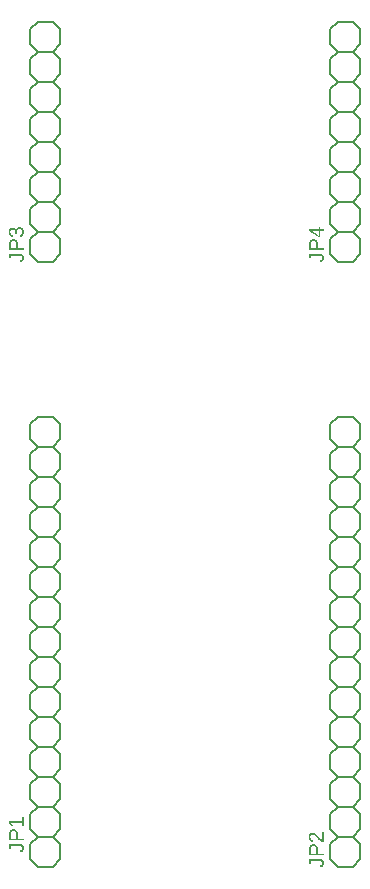
<source format=gbr>
G04 EAGLE Gerber RS-274X export*
G75*
%MOMM*%
%FSLAX34Y34*%
%LPD*%
%INSilkscreen Top*%
%IPPOS*%
%AMOC8*
5,1,8,0,0,1.08239X$1,22.5*%
G01*
G04 Define Apertures*
%ADD10C,0.152400*%
G36*
X108712Y-716899D02*
X103904Y-716899D01*
X103904Y-713273D01*
X103887Y-712795D01*
X103839Y-712343D01*
X103758Y-711917D01*
X103645Y-711516D01*
X103500Y-711140D01*
X103322Y-710791D01*
X103112Y-710467D01*
X102870Y-710168D01*
X102600Y-709900D01*
X102308Y-709668D01*
X101994Y-709472D01*
X101657Y-709311D01*
X101298Y-709186D01*
X100916Y-709096D01*
X100512Y-709043D01*
X100085Y-709025D01*
X99655Y-709043D01*
X99250Y-709096D01*
X98870Y-709185D01*
X98515Y-709310D01*
X98185Y-709470D01*
X97879Y-709666D01*
X97599Y-709897D01*
X97343Y-710164D01*
X97116Y-710463D01*
X96918Y-710792D01*
X96751Y-711149D01*
X96614Y-711537D01*
X96508Y-711953D01*
X96432Y-712399D01*
X96386Y-712874D01*
X96371Y-713378D01*
X96371Y-718572D01*
X108712Y-718572D01*
X108712Y-716899D01*
G37*
%LPC*%
G36*
X97711Y-716899D02*
X97711Y-713579D01*
X97721Y-713232D01*
X97749Y-712906D01*
X97795Y-712603D01*
X97861Y-712323D01*
X97945Y-712065D01*
X98048Y-711829D01*
X98169Y-711616D01*
X98309Y-711425D01*
X98468Y-711257D01*
X98645Y-711111D01*
X98841Y-710987D01*
X99056Y-710886D01*
X99290Y-710808D01*
X99542Y-710752D01*
X99813Y-710718D01*
X100102Y-710707D01*
X100403Y-710718D01*
X100683Y-710750D01*
X100945Y-710805D01*
X101187Y-710882D01*
X101409Y-710980D01*
X101613Y-711101D01*
X101797Y-711243D01*
X101961Y-711407D01*
X102107Y-711593D01*
X102232Y-711801D01*
X102339Y-712031D01*
X102426Y-712283D01*
X102494Y-712557D01*
X102542Y-712853D01*
X102571Y-713170D01*
X102581Y-713509D01*
X102581Y-716899D01*
X97711Y-716899D01*
G37*
%LPD*%
G36*
X108712Y-698974D02*
X107372Y-698974D01*
X107372Y-701979D01*
X96371Y-701979D01*
X96371Y-703433D01*
X98377Y-706349D01*
X99866Y-706349D01*
X97878Y-703564D01*
X107372Y-703564D01*
X107372Y-706708D01*
X108712Y-706708D01*
X108712Y-698974D01*
G37*
G36*
X106039Y-728648D02*
X106406Y-728545D01*
X106748Y-728422D01*
X107064Y-728279D01*
X107355Y-728116D01*
X107621Y-727933D01*
X107862Y-727730D01*
X108077Y-727508D01*
X108267Y-727265D01*
X108431Y-727003D01*
X108571Y-726720D01*
X108685Y-726418D01*
X108773Y-726096D01*
X108837Y-725753D01*
X108875Y-725391D01*
X108887Y-725009D01*
X108871Y-724598D01*
X108823Y-724209D01*
X108742Y-723843D01*
X108630Y-723499D01*
X108485Y-723177D01*
X108308Y-722878D01*
X108099Y-722601D01*
X107858Y-722347D01*
X107589Y-722119D01*
X107296Y-721921D01*
X106978Y-721754D01*
X106637Y-721618D01*
X106272Y-721511D01*
X105883Y-721435D01*
X105470Y-721390D01*
X105033Y-721375D01*
X96371Y-721375D01*
X96371Y-725412D01*
X97738Y-725412D01*
X97738Y-723039D01*
X105068Y-723039D01*
X105362Y-723047D01*
X105636Y-723072D01*
X105893Y-723113D01*
X106132Y-723170D01*
X106352Y-723244D01*
X106554Y-723334D01*
X106738Y-723441D01*
X106903Y-723564D01*
X107050Y-723702D01*
X107177Y-723851D01*
X107285Y-724013D01*
X107373Y-724186D01*
X107442Y-724372D01*
X107490Y-724569D01*
X107520Y-724779D01*
X107530Y-725001D01*
X107521Y-725204D01*
X107494Y-725399D01*
X107450Y-725585D01*
X107387Y-725763D01*
X107307Y-725931D01*
X107209Y-726091D01*
X107094Y-726242D01*
X106960Y-726384D01*
X106811Y-726516D01*
X106648Y-726636D01*
X106471Y-726743D01*
X106279Y-726838D01*
X106074Y-726920D01*
X105855Y-726990D01*
X105622Y-727048D01*
X105375Y-727094D01*
X105647Y-728732D01*
X106039Y-728648D01*
G37*
G36*
X362712Y-729599D02*
X357904Y-729599D01*
X357904Y-725973D01*
X357887Y-725495D01*
X357839Y-725043D01*
X357758Y-724617D01*
X357645Y-724216D01*
X357500Y-723840D01*
X357322Y-723491D01*
X357112Y-723167D01*
X356870Y-722868D01*
X356600Y-722600D01*
X356308Y-722368D01*
X355994Y-722172D01*
X355657Y-722011D01*
X355298Y-721886D01*
X354916Y-721796D01*
X354512Y-721743D01*
X354085Y-721725D01*
X353655Y-721743D01*
X353250Y-721796D01*
X352870Y-721885D01*
X352515Y-722010D01*
X352185Y-722170D01*
X351879Y-722366D01*
X351599Y-722597D01*
X351343Y-722864D01*
X351116Y-723163D01*
X350918Y-723492D01*
X350751Y-723849D01*
X350614Y-724237D01*
X350508Y-724653D01*
X350432Y-725099D01*
X350386Y-725574D01*
X350371Y-726078D01*
X350371Y-731272D01*
X362712Y-731272D01*
X362712Y-729599D01*
G37*
%LPC*%
G36*
X351711Y-729599D02*
X351711Y-726279D01*
X351721Y-725932D01*
X351749Y-725606D01*
X351795Y-725303D01*
X351861Y-725023D01*
X351945Y-724765D01*
X352048Y-724529D01*
X352169Y-724316D01*
X352309Y-724125D01*
X352468Y-723957D01*
X352645Y-723811D01*
X352841Y-723687D01*
X353056Y-723586D01*
X353290Y-723508D01*
X353542Y-723452D01*
X353813Y-723418D01*
X354102Y-723407D01*
X354403Y-723418D01*
X354683Y-723450D01*
X354945Y-723505D01*
X355187Y-723582D01*
X355409Y-723680D01*
X355613Y-723801D01*
X355797Y-723943D01*
X355961Y-724107D01*
X356107Y-724293D01*
X356232Y-724501D01*
X356339Y-724731D01*
X356426Y-724983D01*
X356494Y-725257D01*
X356542Y-725553D01*
X356571Y-725870D01*
X356581Y-726209D01*
X356581Y-729599D01*
X351711Y-729599D01*
G37*
%LPD*%
G36*
X362712Y-711701D02*
X361372Y-711701D01*
X361372Y-718138D01*
X361062Y-717986D01*
X360747Y-717792D01*
X360425Y-717557D01*
X360098Y-717280D01*
X359757Y-716956D01*
X359396Y-716581D01*
X359015Y-716155D01*
X358613Y-715677D01*
X357917Y-714836D01*
X357319Y-714142D01*
X356818Y-713596D01*
X356415Y-713198D01*
X356060Y-712894D01*
X355705Y-712630D01*
X355350Y-712406D01*
X354996Y-712222D01*
X354640Y-712078D01*
X354284Y-711975D01*
X353927Y-711914D01*
X353568Y-711893D01*
X353175Y-711909D01*
X352804Y-711956D01*
X352457Y-712034D01*
X352133Y-712144D01*
X351832Y-712285D01*
X351554Y-712457D01*
X351299Y-712661D01*
X351068Y-712896D01*
X350861Y-713160D01*
X350682Y-713452D01*
X350531Y-713770D01*
X350407Y-714115D01*
X350311Y-714487D01*
X350242Y-714886D01*
X350201Y-715312D01*
X350187Y-715765D01*
X350201Y-716180D01*
X350242Y-716576D01*
X350310Y-716952D01*
X350406Y-717309D01*
X350529Y-717647D01*
X350680Y-717966D01*
X350858Y-718265D01*
X351063Y-718545D01*
X351292Y-718802D01*
X351539Y-719030D01*
X351805Y-719229D01*
X352090Y-719401D01*
X352394Y-719543D01*
X352717Y-719658D01*
X353059Y-719744D01*
X353419Y-719802D01*
X353568Y-718191D01*
X353328Y-718154D01*
X353101Y-718100D01*
X352888Y-718030D01*
X352689Y-717942D01*
X352504Y-717838D01*
X352332Y-717717D01*
X352175Y-717579D01*
X352031Y-717424D01*
X351903Y-717256D01*
X351791Y-717076D01*
X351697Y-716885D01*
X351620Y-716683D01*
X351561Y-716470D01*
X351518Y-716246D01*
X351492Y-716011D01*
X351484Y-715765D01*
X351492Y-715507D01*
X351519Y-715264D01*
X351562Y-715035D01*
X351624Y-714821D01*
X351703Y-714621D01*
X351799Y-714436D01*
X351913Y-714265D01*
X352044Y-714109D01*
X352191Y-713970D01*
X352353Y-713849D01*
X352529Y-713746D01*
X352719Y-713663D01*
X352923Y-713597D01*
X353141Y-713551D01*
X353374Y-713523D01*
X353621Y-713514D01*
X353987Y-713535D01*
X354334Y-713600D01*
X354662Y-713708D01*
X354969Y-713860D01*
X355264Y-714046D01*
X355552Y-714259D01*
X355833Y-714499D01*
X356108Y-714766D01*
X356651Y-715361D01*
X357194Y-716023D01*
X357760Y-716723D01*
X358372Y-717429D01*
X358699Y-717779D01*
X359044Y-718122D01*
X359408Y-718456D01*
X359791Y-718782D01*
X360198Y-719092D01*
X360635Y-719376D01*
X361102Y-719637D01*
X361600Y-719872D01*
X362712Y-719872D01*
X362712Y-711701D01*
G37*
G36*
X360039Y-741348D02*
X360406Y-741245D01*
X360748Y-741122D01*
X361064Y-740979D01*
X361355Y-740816D01*
X361621Y-740633D01*
X361862Y-740430D01*
X362077Y-740208D01*
X362267Y-739965D01*
X362431Y-739703D01*
X362571Y-739420D01*
X362685Y-739118D01*
X362773Y-738796D01*
X362837Y-738453D01*
X362875Y-738091D01*
X362887Y-737709D01*
X362871Y-737298D01*
X362823Y-736909D01*
X362742Y-736543D01*
X362630Y-736199D01*
X362485Y-735877D01*
X362308Y-735578D01*
X362099Y-735301D01*
X361858Y-735047D01*
X361589Y-734819D01*
X361296Y-734621D01*
X360978Y-734454D01*
X360637Y-734318D01*
X360272Y-734211D01*
X359883Y-734135D01*
X359470Y-734090D01*
X359033Y-734075D01*
X350371Y-734075D01*
X350371Y-738112D01*
X351738Y-738112D01*
X351738Y-735739D01*
X359068Y-735739D01*
X359362Y-735747D01*
X359636Y-735772D01*
X359893Y-735813D01*
X360132Y-735870D01*
X360352Y-735944D01*
X360554Y-736034D01*
X360738Y-736141D01*
X360903Y-736264D01*
X361050Y-736402D01*
X361177Y-736551D01*
X361285Y-736713D01*
X361373Y-736886D01*
X361442Y-737072D01*
X361490Y-737269D01*
X361520Y-737479D01*
X361530Y-737701D01*
X361521Y-737904D01*
X361494Y-738099D01*
X361450Y-738285D01*
X361387Y-738463D01*
X361307Y-738631D01*
X361209Y-738791D01*
X361094Y-738942D01*
X360960Y-739084D01*
X360811Y-739216D01*
X360648Y-739336D01*
X360471Y-739443D01*
X360279Y-739538D01*
X360074Y-739620D01*
X359855Y-739690D01*
X359622Y-739748D01*
X359375Y-739794D01*
X359647Y-741432D01*
X360039Y-741348D01*
G37*
G36*
X108712Y-217249D02*
X103904Y-217249D01*
X103904Y-213623D01*
X103887Y-213145D01*
X103839Y-212693D01*
X103758Y-212267D01*
X103645Y-211866D01*
X103500Y-211490D01*
X103322Y-211141D01*
X103112Y-210817D01*
X102870Y-210518D01*
X102600Y-210250D01*
X102308Y-210018D01*
X101994Y-209822D01*
X101657Y-209661D01*
X101298Y-209536D01*
X100916Y-209446D01*
X100512Y-209393D01*
X100085Y-209375D01*
X99655Y-209393D01*
X99250Y-209446D01*
X98870Y-209535D01*
X98515Y-209660D01*
X98185Y-209820D01*
X97879Y-210016D01*
X97599Y-210247D01*
X97343Y-210514D01*
X97116Y-210813D01*
X96918Y-211142D01*
X96751Y-211499D01*
X96614Y-211887D01*
X96508Y-212303D01*
X96432Y-212749D01*
X96386Y-213224D01*
X96371Y-213728D01*
X96371Y-218922D01*
X108712Y-218922D01*
X108712Y-217249D01*
G37*
%LPC*%
G36*
X97711Y-217249D02*
X97711Y-213929D01*
X97721Y-213582D01*
X97749Y-213256D01*
X97795Y-212953D01*
X97861Y-212673D01*
X97945Y-212415D01*
X98048Y-212179D01*
X98169Y-211966D01*
X98309Y-211775D01*
X98468Y-211607D01*
X98645Y-211461D01*
X98841Y-211337D01*
X99056Y-211236D01*
X99290Y-211158D01*
X99542Y-211102D01*
X99813Y-211068D01*
X100102Y-211057D01*
X100403Y-211068D01*
X100683Y-211100D01*
X100945Y-211155D01*
X101187Y-211232D01*
X101409Y-211330D01*
X101613Y-211451D01*
X101797Y-211593D01*
X101961Y-211757D01*
X102107Y-211943D01*
X102232Y-212151D01*
X102339Y-212381D01*
X102426Y-212633D01*
X102494Y-212907D01*
X102542Y-213203D01*
X102571Y-213520D01*
X102581Y-213859D01*
X102581Y-217249D01*
X97711Y-217249D01*
G37*
%LPD*%
G36*
X105943Y-207675D02*
X106318Y-207580D01*
X106669Y-207456D01*
X106994Y-207305D01*
X107294Y-207125D01*
X107569Y-206916D01*
X107818Y-206679D01*
X108042Y-206414D01*
X108240Y-206123D01*
X108412Y-205809D01*
X108557Y-205470D01*
X108676Y-205108D01*
X108768Y-204723D01*
X108834Y-204313D01*
X108874Y-203880D01*
X108887Y-203423D01*
X108873Y-202934D01*
X108829Y-202474D01*
X108755Y-202043D01*
X108653Y-201641D01*
X108521Y-201268D01*
X108360Y-200924D01*
X108170Y-200609D01*
X107950Y-200323D01*
X107704Y-200068D01*
X107433Y-199848D01*
X107139Y-199661D01*
X106820Y-199508D01*
X106478Y-199390D01*
X106111Y-199305D01*
X105720Y-199254D01*
X105305Y-199237D01*
X105016Y-199249D01*
X104739Y-199285D01*
X104475Y-199345D01*
X104223Y-199430D01*
X103984Y-199538D01*
X103758Y-199670D01*
X103544Y-199827D01*
X103343Y-200008D01*
X103158Y-200210D01*
X102993Y-200431D01*
X102847Y-200672D01*
X102721Y-200932D01*
X102615Y-201211D01*
X102528Y-201509D01*
X102462Y-201826D01*
X102415Y-202162D01*
X102380Y-202162D01*
X102306Y-201856D01*
X102218Y-201569D01*
X102115Y-201301D01*
X101998Y-201051D01*
X101865Y-200820D01*
X101717Y-200608D01*
X101554Y-200414D01*
X101377Y-200240D01*
X101185Y-200085D01*
X100979Y-199950D01*
X100759Y-199837D01*
X100526Y-199744D01*
X100279Y-199671D01*
X100018Y-199620D01*
X99743Y-199589D01*
X99454Y-199578D01*
X99079Y-199594D01*
X98726Y-199643D01*
X98394Y-199723D01*
X98082Y-199836D01*
X97793Y-199980D01*
X97524Y-200157D01*
X97276Y-200366D01*
X97050Y-200608D01*
X96848Y-200878D01*
X96673Y-201174D01*
X96524Y-201496D01*
X96403Y-201844D01*
X96309Y-202217D01*
X96241Y-202617D01*
X96201Y-203042D01*
X96187Y-203493D01*
X96201Y-203909D01*
X96240Y-204304D01*
X96307Y-204681D01*
X96400Y-205038D01*
X96519Y-205376D01*
X96665Y-205695D01*
X96838Y-205994D01*
X97037Y-206274D01*
X97260Y-206531D01*
X97503Y-206758D01*
X97768Y-206958D01*
X98053Y-207129D01*
X98359Y-207272D01*
X98686Y-207387D01*
X99033Y-207473D01*
X99402Y-207531D01*
X99524Y-205946D01*
X99288Y-205911D01*
X99066Y-205860D01*
X98857Y-205791D01*
X98662Y-205706D01*
X98480Y-205604D01*
X98312Y-205485D01*
X98158Y-205350D01*
X98018Y-205197D01*
X97893Y-205030D01*
X97784Y-204850D01*
X97692Y-204658D01*
X97617Y-204454D01*
X97559Y-204237D01*
X97517Y-204007D01*
X97492Y-203765D01*
X97484Y-203511D01*
X97493Y-203233D01*
X97519Y-202973D01*
X97564Y-202730D01*
X97627Y-202505D01*
X97708Y-202297D01*
X97806Y-202108D01*
X97923Y-201936D01*
X98057Y-201781D01*
X98207Y-201645D01*
X98370Y-201526D01*
X98546Y-201426D01*
X98735Y-201344D01*
X98937Y-201281D01*
X99152Y-201235D01*
X99380Y-201208D01*
X99621Y-201199D01*
X99864Y-201210D01*
X100093Y-201243D01*
X100309Y-201299D01*
X100511Y-201377D01*
X100699Y-201478D01*
X100875Y-201600D01*
X101036Y-201745D01*
X101184Y-201913D01*
X101316Y-202100D01*
X101431Y-202306D01*
X101528Y-202530D01*
X101608Y-202772D01*
X101670Y-203032D01*
X101714Y-203311D01*
X101740Y-203608D01*
X101749Y-203923D01*
X101749Y-204781D01*
X103115Y-204781D01*
X103115Y-203888D01*
X103124Y-203533D01*
X103151Y-203199D01*
X103195Y-202887D01*
X103257Y-202597D01*
X103336Y-202328D01*
X103433Y-202080D01*
X103548Y-201854D01*
X103680Y-201650D01*
X103828Y-201468D01*
X103990Y-201311D01*
X104166Y-201177D01*
X104356Y-201068D01*
X104559Y-200984D01*
X104776Y-200923D01*
X105008Y-200887D01*
X105252Y-200875D01*
X105533Y-200885D01*
X105795Y-200917D01*
X106039Y-200970D01*
X106266Y-201044D01*
X106475Y-201140D01*
X106666Y-201256D01*
X106840Y-201394D01*
X106995Y-201553D01*
X107133Y-201731D01*
X107252Y-201925D01*
X107353Y-202135D01*
X107435Y-202360D01*
X107500Y-202602D01*
X107546Y-202860D01*
X107573Y-203134D01*
X107582Y-203423D01*
X107574Y-203712D01*
X107548Y-203985D01*
X107505Y-204241D01*
X107445Y-204482D01*
X107368Y-204706D01*
X107274Y-204914D01*
X107163Y-205106D01*
X107035Y-205282D01*
X106889Y-205442D01*
X106727Y-205586D01*
X106547Y-205714D01*
X106351Y-205826D01*
X106137Y-205922D01*
X105906Y-206001D01*
X105658Y-206065D01*
X105393Y-206112D01*
X105541Y-207741D01*
X105943Y-207675D01*
G37*
G36*
X106039Y-228998D02*
X106406Y-228895D01*
X106748Y-228772D01*
X107064Y-228629D01*
X107355Y-228466D01*
X107621Y-228283D01*
X107862Y-228080D01*
X108077Y-227858D01*
X108267Y-227615D01*
X108431Y-227353D01*
X108571Y-227070D01*
X108685Y-226768D01*
X108773Y-226446D01*
X108837Y-226103D01*
X108875Y-225741D01*
X108887Y-225359D01*
X108871Y-224948D01*
X108823Y-224559D01*
X108742Y-224193D01*
X108630Y-223849D01*
X108485Y-223527D01*
X108308Y-223228D01*
X108099Y-222951D01*
X107858Y-222697D01*
X107589Y-222469D01*
X107296Y-222271D01*
X106978Y-222104D01*
X106637Y-221968D01*
X106272Y-221861D01*
X105883Y-221785D01*
X105470Y-221740D01*
X105033Y-221725D01*
X96371Y-221725D01*
X96371Y-225762D01*
X97738Y-225762D01*
X97738Y-223389D01*
X105068Y-223389D01*
X105362Y-223397D01*
X105636Y-223422D01*
X105893Y-223463D01*
X106132Y-223520D01*
X106352Y-223594D01*
X106554Y-223684D01*
X106738Y-223791D01*
X106903Y-223914D01*
X107050Y-224052D01*
X107177Y-224201D01*
X107285Y-224363D01*
X107373Y-224536D01*
X107442Y-224722D01*
X107490Y-224919D01*
X107520Y-225129D01*
X107530Y-225351D01*
X107521Y-225554D01*
X107494Y-225749D01*
X107450Y-225935D01*
X107387Y-226113D01*
X107307Y-226281D01*
X107209Y-226441D01*
X107094Y-226592D01*
X106960Y-226734D01*
X106811Y-226866D01*
X106648Y-226986D01*
X106471Y-227093D01*
X106279Y-227188D01*
X106074Y-227270D01*
X105855Y-227340D01*
X105622Y-227398D01*
X105375Y-227444D01*
X105647Y-229082D01*
X106039Y-228998D01*
G37*
G36*
X362712Y-217249D02*
X357904Y-217249D01*
X357904Y-213623D01*
X357887Y-213145D01*
X357839Y-212693D01*
X357758Y-212267D01*
X357645Y-211866D01*
X357500Y-211490D01*
X357322Y-211141D01*
X357112Y-210817D01*
X356870Y-210518D01*
X356600Y-210250D01*
X356308Y-210018D01*
X355994Y-209822D01*
X355657Y-209661D01*
X355298Y-209536D01*
X354916Y-209446D01*
X354512Y-209393D01*
X354085Y-209375D01*
X353655Y-209393D01*
X353250Y-209446D01*
X352870Y-209535D01*
X352515Y-209660D01*
X352185Y-209820D01*
X351879Y-210016D01*
X351599Y-210247D01*
X351343Y-210514D01*
X351116Y-210813D01*
X350918Y-211142D01*
X350751Y-211499D01*
X350614Y-211887D01*
X350508Y-212303D01*
X350432Y-212749D01*
X350386Y-213224D01*
X350371Y-213728D01*
X350371Y-218922D01*
X362712Y-218922D01*
X362712Y-217249D01*
G37*
%LPC*%
G36*
X351711Y-217249D02*
X351711Y-213929D01*
X351721Y-213582D01*
X351749Y-213256D01*
X351795Y-212953D01*
X351861Y-212673D01*
X351945Y-212415D01*
X352048Y-212179D01*
X352169Y-211966D01*
X352309Y-211775D01*
X352468Y-211607D01*
X352645Y-211461D01*
X352841Y-211337D01*
X353056Y-211236D01*
X353290Y-211158D01*
X353542Y-211102D01*
X353813Y-211068D01*
X354102Y-211057D01*
X354403Y-211068D01*
X354683Y-211100D01*
X354945Y-211155D01*
X355187Y-211232D01*
X355409Y-211330D01*
X355613Y-211451D01*
X355797Y-211593D01*
X355961Y-211757D01*
X356107Y-211943D01*
X356232Y-212151D01*
X356339Y-212381D01*
X356426Y-212633D01*
X356494Y-212907D01*
X356542Y-213203D01*
X356571Y-213520D01*
X356581Y-213859D01*
X356581Y-217249D01*
X351711Y-217249D01*
G37*
%LPD*%
G36*
X359918Y-202197D02*
X362712Y-202197D01*
X362712Y-200708D01*
X359918Y-200708D01*
X359918Y-198974D01*
X358674Y-198974D01*
X358674Y-200708D01*
X350371Y-200708D01*
X350371Y-202364D01*
X358692Y-208013D01*
X359918Y-208013D01*
X359918Y-202197D01*
G37*
%LPC*%
G36*
X358499Y-206419D02*
X357851Y-205946D01*
X353191Y-202784D01*
X352613Y-202442D01*
X352149Y-202197D01*
X358674Y-202197D01*
X358674Y-206559D01*
X358499Y-206419D01*
G37*
%LPD*%
G36*
X360039Y-228998D02*
X360406Y-228895D01*
X360748Y-228772D01*
X361064Y-228629D01*
X361355Y-228466D01*
X361621Y-228283D01*
X361862Y-228080D01*
X362077Y-227858D01*
X362267Y-227615D01*
X362431Y-227353D01*
X362571Y-227070D01*
X362685Y-226768D01*
X362773Y-226446D01*
X362837Y-226103D01*
X362875Y-225741D01*
X362887Y-225359D01*
X362871Y-224948D01*
X362823Y-224559D01*
X362742Y-224193D01*
X362630Y-223849D01*
X362485Y-223527D01*
X362308Y-223228D01*
X362099Y-222951D01*
X361858Y-222697D01*
X361589Y-222469D01*
X361296Y-222271D01*
X360978Y-222104D01*
X360637Y-221968D01*
X360272Y-221861D01*
X359883Y-221785D01*
X359470Y-221740D01*
X359033Y-221725D01*
X350371Y-221725D01*
X350371Y-225762D01*
X351738Y-225762D01*
X351738Y-223389D01*
X359068Y-223389D01*
X359362Y-223397D01*
X359636Y-223422D01*
X359893Y-223463D01*
X360132Y-223520D01*
X360352Y-223594D01*
X360554Y-223684D01*
X360738Y-223791D01*
X360903Y-223914D01*
X361050Y-224052D01*
X361177Y-224201D01*
X361285Y-224363D01*
X361373Y-224536D01*
X361442Y-224722D01*
X361490Y-224919D01*
X361520Y-225129D01*
X361530Y-225351D01*
X361521Y-225554D01*
X361494Y-225749D01*
X361450Y-225935D01*
X361387Y-226113D01*
X361307Y-226281D01*
X361209Y-226441D01*
X361094Y-226592D01*
X360960Y-226734D01*
X360811Y-226866D01*
X360648Y-226986D01*
X360471Y-227093D01*
X360279Y-227188D01*
X360074Y-227270D01*
X359855Y-227340D01*
X359622Y-227398D01*
X359375Y-227444D01*
X359647Y-229082D01*
X360039Y-228998D01*
G37*
D10*
X114300Y-429800D02*
X114300Y-417100D01*
X120650Y-410750D01*
X133350Y-410750D01*
X139700Y-417100D01*
X120650Y-410750D02*
X114300Y-404400D01*
X114300Y-391700D01*
X120650Y-385350D01*
X133350Y-385350D01*
X139700Y-391700D01*
X139700Y-404400D01*
X133350Y-410750D01*
X114300Y-455200D02*
X120650Y-461550D01*
X114300Y-455200D02*
X114300Y-442500D01*
X120650Y-436150D01*
X133350Y-436150D01*
X139700Y-442500D01*
X139700Y-455200D01*
X133350Y-461550D01*
X120650Y-436150D02*
X114300Y-429800D01*
X133350Y-436150D02*
X139700Y-429800D01*
X139700Y-417100D01*
X114300Y-493300D02*
X114300Y-506000D01*
X114300Y-493300D02*
X120650Y-486950D01*
X133350Y-486950D01*
X139700Y-493300D01*
X120650Y-486950D02*
X114300Y-480600D01*
X114300Y-467900D01*
X120650Y-461550D01*
X133350Y-461550D01*
X139700Y-467900D01*
X139700Y-480600D01*
X133350Y-486950D01*
X114300Y-531400D02*
X120650Y-537750D01*
X114300Y-531400D02*
X114300Y-518700D01*
X120650Y-512350D01*
X133350Y-512350D01*
X139700Y-518700D01*
X139700Y-531400D01*
X133350Y-537750D01*
X120650Y-512350D02*
X114300Y-506000D01*
X133350Y-512350D02*
X139700Y-506000D01*
X139700Y-493300D01*
X114300Y-569500D02*
X114300Y-582200D01*
X114300Y-569500D02*
X120650Y-563150D01*
X133350Y-563150D01*
X139700Y-569500D01*
X120650Y-563150D02*
X114300Y-556800D01*
X114300Y-544100D01*
X120650Y-537750D01*
X133350Y-537750D01*
X139700Y-544100D01*
X139700Y-556800D01*
X133350Y-563150D01*
X114300Y-607600D02*
X120650Y-613950D01*
X114300Y-607600D02*
X114300Y-594900D01*
X120650Y-588550D01*
X133350Y-588550D01*
X139700Y-594900D01*
X139700Y-607600D01*
X133350Y-613950D01*
X120650Y-588550D02*
X114300Y-582200D01*
X133350Y-588550D02*
X139700Y-582200D01*
X139700Y-569500D01*
X114300Y-645700D02*
X114300Y-658400D01*
X114300Y-645700D02*
X120650Y-639350D01*
X133350Y-639350D01*
X139700Y-645700D01*
X120650Y-639350D02*
X114300Y-633000D01*
X114300Y-620300D01*
X120650Y-613950D01*
X133350Y-613950D01*
X139700Y-620300D01*
X139700Y-633000D01*
X133350Y-639350D01*
X114300Y-683800D02*
X120650Y-690150D01*
X114300Y-683800D02*
X114300Y-671100D01*
X120650Y-664750D01*
X133350Y-664750D01*
X139700Y-671100D01*
X139700Y-683800D01*
X133350Y-690150D01*
X120650Y-664750D02*
X114300Y-658400D01*
X133350Y-664750D02*
X139700Y-658400D01*
X139700Y-645700D01*
X114300Y-721900D02*
X114300Y-734600D01*
X114300Y-721900D02*
X120650Y-715550D01*
X133350Y-715550D01*
X139700Y-721900D01*
X120650Y-715550D02*
X114300Y-709200D01*
X114300Y-696500D01*
X120650Y-690150D01*
X133350Y-690150D01*
X139700Y-696500D01*
X139700Y-709200D01*
X133350Y-715550D01*
X133350Y-740950D02*
X120650Y-740950D01*
X114300Y-734600D01*
X133350Y-740950D02*
X139700Y-734600D01*
X139700Y-721900D01*
X120650Y-385350D02*
X114300Y-379000D01*
X114300Y-366300D01*
X120650Y-359950D01*
X133350Y-359950D01*
X139700Y-366300D01*
X139700Y-379000D01*
X133350Y-385350D01*
X368300Y-417100D02*
X368300Y-429800D01*
X368300Y-417100D02*
X374650Y-410750D01*
X387350Y-410750D01*
X393700Y-417100D01*
X374650Y-410750D02*
X368300Y-404400D01*
X368300Y-391700D01*
X374650Y-385350D01*
X387350Y-385350D01*
X393700Y-391700D01*
X393700Y-404400D01*
X387350Y-410750D01*
X368300Y-455200D02*
X374650Y-461550D01*
X368300Y-455200D02*
X368300Y-442500D01*
X374650Y-436150D01*
X387350Y-436150D01*
X393700Y-442500D01*
X393700Y-455200D01*
X387350Y-461550D01*
X374650Y-436150D02*
X368300Y-429800D01*
X387350Y-436150D02*
X393700Y-429800D01*
X393700Y-417100D01*
X368300Y-493300D02*
X368300Y-506000D01*
X368300Y-493300D02*
X374650Y-486950D01*
X387350Y-486950D01*
X393700Y-493300D01*
X374650Y-486950D02*
X368300Y-480600D01*
X368300Y-467900D01*
X374650Y-461550D01*
X387350Y-461550D01*
X393700Y-467900D01*
X393700Y-480600D01*
X387350Y-486950D01*
X368300Y-531400D02*
X374650Y-537750D01*
X368300Y-531400D02*
X368300Y-518700D01*
X374650Y-512350D01*
X387350Y-512350D01*
X393700Y-518700D01*
X393700Y-531400D01*
X387350Y-537750D01*
X374650Y-512350D02*
X368300Y-506000D01*
X387350Y-512350D02*
X393700Y-506000D01*
X393700Y-493300D01*
X368300Y-569500D02*
X368300Y-582200D01*
X368300Y-569500D02*
X374650Y-563150D01*
X387350Y-563150D01*
X393700Y-569500D01*
X374650Y-563150D02*
X368300Y-556800D01*
X368300Y-544100D01*
X374650Y-537750D01*
X387350Y-537750D01*
X393700Y-544100D01*
X393700Y-556800D01*
X387350Y-563150D01*
X368300Y-607600D02*
X374650Y-613950D01*
X368300Y-607600D02*
X368300Y-594900D01*
X374650Y-588550D01*
X387350Y-588550D01*
X393700Y-594900D01*
X393700Y-607600D01*
X387350Y-613950D01*
X374650Y-588550D02*
X368300Y-582200D01*
X387350Y-588550D02*
X393700Y-582200D01*
X393700Y-569500D01*
X368300Y-645700D02*
X368300Y-658400D01*
X368300Y-645700D02*
X374650Y-639350D01*
X387350Y-639350D01*
X393700Y-645700D01*
X374650Y-639350D02*
X368300Y-633000D01*
X368300Y-620300D01*
X374650Y-613950D01*
X387350Y-613950D01*
X393700Y-620300D01*
X393700Y-633000D01*
X387350Y-639350D01*
X368300Y-683800D02*
X374650Y-690150D01*
X368300Y-683800D02*
X368300Y-671100D01*
X374650Y-664750D01*
X387350Y-664750D01*
X393700Y-671100D01*
X393700Y-683800D01*
X387350Y-690150D01*
X374650Y-664750D02*
X368300Y-658400D01*
X387350Y-664750D02*
X393700Y-658400D01*
X393700Y-645700D01*
X368300Y-721900D02*
X368300Y-734600D01*
X368300Y-721900D02*
X374650Y-715550D01*
X387350Y-715550D01*
X393700Y-721900D01*
X374650Y-715550D02*
X368300Y-709200D01*
X368300Y-696500D01*
X374650Y-690150D01*
X387350Y-690150D01*
X393700Y-696500D01*
X393700Y-709200D01*
X387350Y-715550D01*
X387350Y-740950D02*
X374650Y-740950D01*
X368300Y-734600D01*
X387350Y-740950D02*
X393700Y-734600D01*
X393700Y-721900D01*
X374650Y-385350D02*
X368300Y-379000D01*
X368300Y-366300D01*
X374650Y-359950D01*
X387350Y-359950D01*
X393700Y-366300D01*
X393700Y-379000D01*
X387350Y-385350D01*
X114300Y-69850D02*
X114300Y-57150D01*
X120650Y-50800D01*
X133350Y-50800D01*
X139700Y-57150D01*
X114300Y-95250D02*
X120650Y-101600D01*
X114300Y-95250D02*
X114300Y-82550D01*
X120650Y-76200D01*
X133350Y-76200D01*
X139700Y-82550D01*
X139700Y-95250D01*
X133350Y-101600D01*
X120650Y-76200D02*
X114300Y-69850D01*
X133350Y-76200D02*
X139700Y-69850D01*
X139700Y-57150D01*
X114300Y-133350D02*
X114300Y-146050D01*
X114300Y-133350D02*
X120650Y-127000D01*
X133350Y-127000D01*
X139700Y-133350D01*
X120650Y-127000D02*
X114300Y-120650D01*
X114300Y-107950D01*
X120650Y-101600D01*
X133350Y-101600D01*
X139700Y-107950D01*
X139700Y-120650D01*
X133350Y-127000D01*
X114300Y-171450D02*
X120650Y-177800D01*
X114300Y-171450D02*
X114300Y-158750D01*
X120650Y-152400D01*
X133350Y-152400D01*
X139700Y-158750D01*
X139700Y-171450D01*
X133350Y-177800D01*
X120650Y-152400D02*
X114300Y-146050D01*
X133350Y-152400D02*
X139700Y-146050D01*
X139700Y-133350D01*
X114300Y-209550D02*
X114300Y-222250D01*
X114300Y-209550D02*
X120650Y-203200D01*
X133350Y-203200D01*
X139700Y-209550D01*
X120650Y-203200D02*
X114300Y-196850D01*
X114300Y-184150D01*
X120650Y-177800D01*
X133350Y-177800D01*
X139700Y-184150D01*
X139700Y-196850D01*
X133350Y-203200D01*
X133350Y-228600D02*
X120650Y-228600D01*
X114300Y-222250D01*
X133350Y-228600D02*
X139700Y-222250D01*
X139700Y-209550D01*
X114300Y-44450D02*
X114300Y-31750D01*
X120650Y-25400D01*
X133350Y-25400D01*
X139700Y-31750D01*
X120650Y-50800D02*
X114300Y-44450D01*
X133350Y-50800D02*
X139700Y-44450D01*
X139700Y-31750D01*
X368300Y-57150D02*
X368300Y-69850D01*
X368300Y-57150D02*
X374650Y-50800D01*
X387350Y-50800D01*
X393700Y-57150D01*
X368300Y-95250D02*
X374650Y-101600D01*
X368300Y-95250D02*
X368300Y-82550D01*
X374650Y-76200D01*
X387350Y-76200D01*
X393700Y-82550D01*
X393700Y-95250D01*
X387350Y-101600D01*
X374650Y-76200D02*
X368300Y-69850D01*
X387350Y-76200D02*
X393700Y-69850D01*
X393700Y-57150D01*
X368300Y-133350D02*
X368300Y-146050D01*
X368300Y-133350D02*
X374650Y-127000D01*
X387350Y-127000D01*
X393700Y-133350D01*
X374650Y-127000D02*
X368300Y-120650D01*
X368300Y-107950D01*
X374650Y-101600D01*
X387350Y-101600D01*
X393700Y-107950D01*
X393700Y-120650D01*
X387350Y-127000D01*
X368300Y-171450D02*
X374650Y-177800D01*
X368300Y-171450D02*
X368300Y-158750D01*
X374650Y-152400D01*
X387350Y-152400D01*
X393700Y-158750D01*
X393700Y-171450D01*
X387350Y-177800D01*
X374650Y-152400D02*
X368300Y-146050D01*
X387350Y-152400D02*
X393700Y-146050D01*
X393700Y-133350D01*
X368300Y-209550D02*
X368300Y-222250D01*
X368300Y-209550D02*
X374650Y-203200D01*
X387350Y-203200D01*
X393700Y-209550D01*
X374650Y-203200D02*
X368300Y-196850D01*
X368300Y-184150D01*
X374650Y-177800D01*
X387350Y-177800D01*
X393700Y-184150D01*
X393700Y-196850D01*
X387350Y-203200D01*
X387350Y-228600D02*
X374650Y-228600D01*
X368300Y-222250D01*
X387350Y-228600D02*
X393700Y-222250D01*
X393700Y-209550D01*
X368300Y-44450D02*
X368300Y-31750D01*
X374650Y-25400D01*
X387350Y-25400D01*
X393700Y-31750D01*
X374650Y-50800D02*
X368300Y-44450D01*
X387350Y-50800D02*
X393700Y-44450D01*
X393700Y-31750D01*
M02*

</source>
